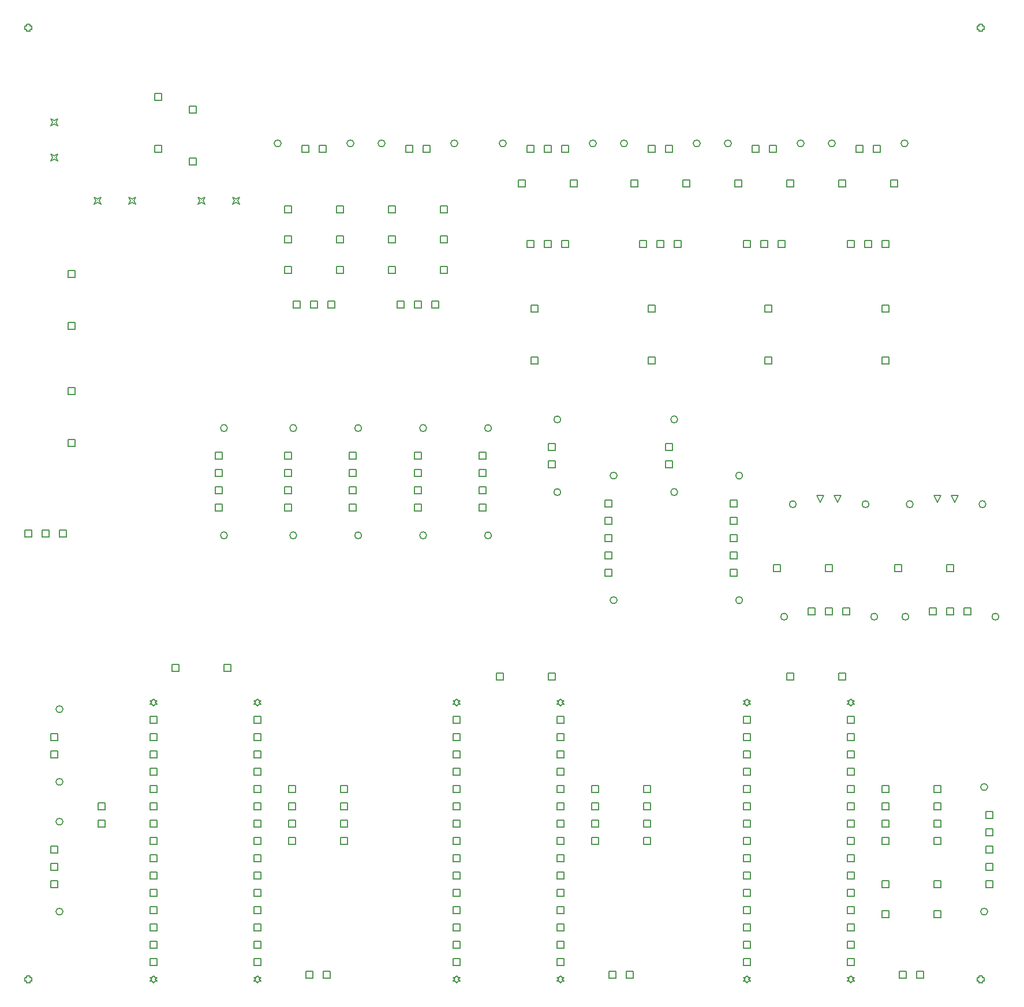
<source format=gbr>
G04 Layer_Color=2752767*
%FSLAX45Y45*%
%MOMM*%
%TF.FileFunction,Drawing*%
%TF.Part,Single*%
G01*
G75*
%TA.AperFunction,NonConductor*%
%ADD41C,0.12700*%
%ADD87C,0.16933*%
D41*
X3149600Y3124200D02*
X3200400D01*
Y3149600D01*
X3225800D01*
Y3200400D01*
X3200400D01*
Y3225800D01*
X3149600D01*
Y3200400D01*
X3124200D01*
Y3149600D01*
X3149600D01*
Y3124200D01*
X3606800Y4521200D02*
X3505200D01*
Y4622800D01*
X3606800D01*
Y4521200D01*
Y4775200D02*
X3505200D01*
Y4876800D01*
X3606800D01*
Y4775200D01*
Y5029200D02*
X3505200D01*
Y5130800D01*
X3606800D01*
Y5029200D01*
X4203700Y5410200D02*
Y5511800D01*
X4305300D01*
Y5410200D01*
X4203700D01*
Y5664200D02*
Y5765800D01*
X4305300D01*
Y5664200D01*
X4203700D01*
X4965700Y4902200D02*
Y5003800D01*
X5067300D01*
Y4902200D01*
X4965700D01*
Y4749800D02*
X5067300D01*
Y4648200D01*
X4965700D01*
Y4749800D01*
Y4495800D02*
X5067300D01*
Y4394200D01*
X4965700D01*
Y4495800D01*
Y4241800D02*
X5067300D01*
Y4140200D01*
X4965700D01*
Y4241800D01*
Y3987800D02*
X5067300D01*
Y3886200D01*
X4965700D01*
Y3987800D01*
Y3733800D02*
X5067300D01*
Y3632200D01*
X4965700D01*
Y3733800D01*
Y3479800D02*
X5067300D01*
Y3378200D01*
X4965700D01*
Y3479800D01*
Y3200400D02*
X4991100Y3175000D01*
X4965700Y3149600D01*
X4991100D01*
X5016500Y3124200D01*
X5041900Y3149600D01*
X5067300D01*
X5041900Y3175000D01*
X5067300Y3200400D01*
X5041900D01*
X5016500Y3225800D01*
X4991100Y3200400D01*
X4965700D01*
X6489700D02*
X6515100Y3175000D01*
X6489700Y3149600D01*
X6515100D01*
X6540500Y3124200D01*
X6565900Y3149600D01*
X6591300D01*
X6565900Y3175000D01*
X6591300Y3200400D01*
X6565900D01*
X6540500Y3225800D01*
X6515100Y3200400D01*
X6489700D01*
Y3378200D02*
Y3479800D01*
X6591300D01*
Y3378200D01*
X6489700D01*
Y3632200D02*
Y3733800D01*
X6591300D01*
Y3632200D01*
X6489700D01*
Y3886200D02*
Y3987800D01*
X6591300D01*
Y3886200D01*
X6489700D01*
Y4140200D02*
Y4241800D01*
X6591300D01*
Y4140200D01*
X6489700D01*
Y4394200D02*
Y4495800D01*
X6591300D01*
Y4394200D01*
X6489700D01*
Y4648200D02*
Y4749800D01*
X6591300D01*
Y4648200D01*
X6489700D01*
Y4902200D02*
Y5003800D01*
X6591300D01*
Y4902200D01*
X6489700D01*
X6997700Y5156200D02*
Y5257800D01*
X7099300D01*
Y5156200D01*
X6997700D01*
Y5410200D02*
Y5511800D01*
X7099300D01*
Y5410200D01*
X6997700D01*
Y5664200D02*
Y5765800D01*
X7099300D01*
Y5664200D01*
X6997700D01*
Y5918200D02*
Y6019800D01*
X7099300D01*
Y5918200D01*
X6997700D01*
X6591300Y6172200D02*
X6489700D01*
Y6273800D01*
X6591300D01*
Y6172200D01*
Y6019800D02*
Y5918200D01*
X6489700D01*
Y6019800D01*
X6591300D01*
Y5765800D02*
Y5664200D01*
X6489700D01*
Y5765800D01*
X6591300D01*
Y5511800D02*
Y5410200D01*
X6489700D01*
Y5511800D01*
X6591300D01*
Y5257800D02*
Y5156200D01*
X6489700D01*
Y5257800D01*
X6591300D01*
X7759700D02*
X7861300D01*
Y5156200D01*
X7759700D01*
Y5257800D01*
X7861300Y5410200D02*
X7759700D01*
Y5511800D01*
X7861300D01*
Y5410200D01*
Y5664200D02*
X7759700D01*
Y5765800D01*
X7861300D01*
Y5664200D01*
Y5918200D02*
X7759700D01*
Y6019800D01*
X7861300D01*
Y5918200D01*
X9410700Y4495800D02*
X9512300D01*
Y4394200D01*
X9410700D01*
Y4495800D01*
Y4241800D02*
X9512300D01*
Y4140200D01*
X9410700D01*
Y4241800D01*
Y3987800D02*
X9512300D01*
Y3886200D01*
X9410700D01*
Y3987800D01*
Y3733800D02*
X9512300D01*
Y3632200D01*
X9410700D01*
Y3733800D01*
Y3479800D02*
X9512300D01*
Y3378200D01*
X9410700D01*
Y3479800D01*
X9461500Y3225800D02*
X9436100Y3200400D01*
X9410700D01*
X9436100Y3175000D01*
X9410700Y3149600D01*
X9436100D01*
X9461500Y3124200D01*
X9486900Y3149600D01*
X9512300D01*
X9486900Y3175000D01*
X9512300Y3200400D01*
X9486900D01*
X9461500Y3225800D01*
X10934700Y3200400D02*
X10960100Y3175000D01*
X10934700Y3149600D01*
X10960100D01*
X10985500Y3124200D01*
X11010900Y3149600D01*
X11036300D01*
X11010900Y3175000D01*
X11036300Y3200400D01*
X11010900D01*
X10985500Y3225800D01*
X10960100Y3200400D01*
X10934700D01*
X11036300Y3378200D02*
X10934700D01*
Y3479800D01*
X11036300D01*
Y3378200D01*
X11696700Y3187700D02*
Y3289300D01*
X11798300D01*
Y3187700D01*
X11696700D01*
X11950700D02*
Y3289300D01*
X12052300D01*
Y3187700D01*
X11950700D01*
X11036300Y3632200D02*
X10934700D01*
Y3733800D01*
X11036300D01*
Y3632200D01*
Y3886200D02*
X10934700D01*
Y3987800D01*
X11036300D01*
Y3886200D01*
Y4140200D02*
X10934700D01*
Y4241800D01*
X11036300D01*
Y4140200D01*
Y4394200D02*
X10934700D01*
Y4495800D01*
X11036300D01*
Y4394200D01*
Y4648200D02*
X10934700D01*
Y4749800D01*
X11036300D01*
Y4648200D01*
Y4902200D02*
X10934700D01*
Y5003800D01*
X11036300D01*
Y4902200D01*
X11442700Y5156200D02*
Y5257800D01*
X11544300D01*
Y5156200D01*
X11442700D01*
Y5410200D02*
Y5511800D01*
X11544300D01*
Y5410200D01*
X11442700D01*
Y5664200D02*
Y5765800D01*
X11544300D01*
Y5664200D01*
X11442700D01*
Y5918200D02*
Y6019800D01*
X11544300D01*
Y5918200D01*
X11442700D01*
X11036300Y6172200D02*
X10934700D01*
Y6273800D01*
X11036300D01*
Y6172200D01*
Y6019800D02*
Y5918200D01*
X10934700D01*
Y6019800D01*
X11036300D01*
Y5765800D02*
Y5664200D01*
X10934700D01*
Y5765800D01*
X11036300D01*
Y5511800D02*
Y5410200D01*
X10934700D01*
Y5511800D01*
X11036300D01*
Y5257800D02*
Y5156200D01*
X10934700D01*
Y5257800D01*
X11036300D01*
X12204700D02*
X12306300D01*
Y5156200D01*
X12204700D01*
Y5257800D01*
Y5410200D02*
Y5511800D01*
X12306300D01*
Y5410200D01*
X12204700D01*
Y5664200D02*
Y5765800D01*
X12306300D01*
Y5664200D01*
X12204700D01*
Y5918200D02*
Y6019800D01*
X12306300D01*
Y5918200D01*
X12204700D01*
X11036300Y6781800D02*
Y6680200D01*
X10934700D01*
Y6781800D01*
X11036300D01*
Y6934200D02*
X10934700D01*
Y7035800D01*
X11036300D01*
Y6934200D01*
Y6527800D02*
Y6426200D01*
X10934700D01*
Y6527800D01*
X11036300D01*
Y7213600D02*
X11010900Y7239000D01*
X11036300Y7264400D01*
X11010900D01*
X10985500Y7289800D01*
X10960100Y7264400D01*
X10934700D01*
X10960100Y7239000D01*
X10934700Y7213600D01*
X10960100D01*
X10985500Y7188200D01*
X11010900Y7213600D01*
X11036300D01*
X10909300Y7569200D02*
X10807700D01*
Y7670800D01*
X10909300D01*
Y7569200D01*
X10147300D02*
X10045700D01*
Y7670800D01*
X10147300D01*
Y7569200D01*
X9512300Y7264400D02*
X9486900D01*
X9461500Y7289800D01*
X9436100Y7264400D01*
X9410700D01*
X9436100Y7239000D01*
X9410700Y7213600D01*
X9436100D01*
X9461500Y7188200D01*
X9486900Y7213600D01*
X9512300D01*
X9486900Y7239000D01*
X9512300Y7264400D01*
Y7035800D02*
Y6934200D01*
X9410700D01*
Y7035800D01*
X9512300D01*
Y6781800D02*
Y6680200D01*
X9410700D01*
Y6781800D01*
X9512300D01*
Y6527800D02*
Y6426200D01*
X9410700D01*
Y6527800D01*
X9512300D01*
Y6273800D02*
Y6172200D01*
X9410700D01*
Y6273800D01*
X9512300D01*
Y6019800D02*
Y5918200D01*
X9410700D01*
Y6019800D01*
X9512300D01*
Y5765800D02*
Y5664200D01*
X9410700D01*
Y5765800D01*
X9512300D01*
Y5511800D02*
Y5410200D01*
X9410700D01*
Y5511800D01*
X9512300D01*
Y5257800D02*
Y5156200D01*
X9410700D01*
Y5257800D01*
X9512300D01*
Y5003800D02*
Y4902200D01*
X9410700D01*
Y5003800D01*
X9512300D01*
Y4749800D02*
Y4648200D01*
X9410700D01*
Y4749800D01*
X9512300D01*
X7607300Y3289300D02*
Y3187700D01*
X7505700D01*
Y3289300D01*
X7607300D01*
X7353300D02*
Y3187700D01*
X7251700D01*
Y3289300D01*
X7353300D01*
X5067300Y5410200D02*
X4965700D01*
Y5511800D01*
X5067300D01*
Y5410200D01*
Y5664200D02*
X4965700D01*
Y5765800D01*
X5067300D01*
Y5664200D01*
Y5257800D02*
Y5156200D01*
X4965700D01*
Y5257800D01*
X5067300D01*
Y5918200D02*
X4965700D01*
Y6019800D01*
X5067300D01*
Y5918200D01*
Y6172200D02*
X4965700D01*
Y6273800D01*
X5067300D01*
Y6172200D01*
Y6426200D02*
X4965700D01*
Y6527800D01*
X5067300D01*
Y6426200D01*
Y6680200D02*
X4965700D01*
Y6781800D01*
X5067300D01*
Y6680200D01*
Y6934200D02*
X4965700D01*
Y7035800D01*
X5067300D01*
Y6934200D01*
Y7213600D02*
X5041900Y7239000D01*
X5067300Y7264400D01*
X5041900D01*
X5016500Y7289800D01*
X4991100Y7264400D01*
X4965700D01*
X4991100Y7239000D01*
X4965700Y7213600D01*
X4991100D01*
X5016500Y7188200D01*
X5041900Y7213600D01*
X5067300D01*
X5384800Y7696200D02*
X5283200D01*
Y7797800D01*
X5384800D01*
Y7696200D01*
X6045200D02*
Y7797800D01*
X6146800D01*
Y7696200D01*
X6045200D01*
X6489700Y7035800D02*
X6591300D01*
Y6934200D01*
X6489700D01*
Y7035800D01*
Y6781800D02*
X6591300D01*
Y6680200D01*
X6489700D01*
Y6781800D01*
Y6527800D02*
X6591300D01*
Y6426200D01*
X6489700D01*
Y6527800D01*
Y7213600D02*
X6515100D01*
X6540500Y7188200D01*
X6565900Y7213600D01*
X6591300D01*
X6565900Y7239000D01*
X6591300Y7264400D01*
X6565900D01*
X6540500Y7289800D01*
X6515100Y7264400D01*
X6489700D01*
X6515100Y7239000D01*
X6489700Y7213600D01*
X8940800Y10045700D02*
X8839200D01*
Y10147300D01*
X8940800D01*
Y10045700D01*
Y10299700D02*
X8839200D01*
Y10401300D01*
X8940800D01*
Y10299700D01*
Y10553700D02*
X8839200D01*
Y10655300D01*
X8940800D01*
Y10553700D01*
Y10807700D02*
X8839200D01*
Y10909300D01*
X8940800D01*
Y10807700D01*
X9791700Y10299700D02*
Y10401300D01*
X9893300D01*
Y10299700D01*
X9791700D01*
Y10147300D02*
X9893300D01*
Y10045700D01*
X9791700D01*
Y10147300D01*
Y10553700D02*
Y10655300D01*
X9893300D01*
Y10553700D01*
X9791700D01*
Y10807700D02*
Y10909300D01*
X9893300D01*
Y10807700D01*
X9791700D01*
X10807700Y10782300D02*
X10909300D01*
Y10680700D01*
X10807700D01*
Y10782300D01*
Y10934700D02*
Y11036300D01*
X10909300D01*
Y10934700D01*
X10807700D01*
X11633200Y10210800D02*
X11734800D01*
Y10109200D01*
X11633200D01*
Y10210800D01*
Y9956800D02*
X11734800D01*
Y9855200D01*
X11633200D01*
Y9956800D01*
Y9702800D02*
X11734800D01*
Y9601200D01*
X11633200D01*
Y9702800D01*
Y9448800D02*
X11734800D01*
Y9347200D01*
X11633200D01*
Y9448800D01*
Y9194800D02*
X11734800D01*
Y9093200D01*
X11633200D01*
Y9194800D01*
X13474699D02*
X13576300D01*
Y9093200D01*
X13474699D01*
Y9194800D01*
X13576300Y9347200D02*
X13474699D01*
Y9448800D01*
X13576300D01*
Y9347200D01*
Y9601200D02*
X13474699D01*
Y9702800D01*
X13576300D01*
Y9601200D01*
X14109700Y9156700D02*
Y9258300D01*
X14211301D01*
Y9156700D01*
X14109700D01*
X14617700Y8521700D02*
Y8623300D01*
X14719299D01*
Y8521700D01*
X14617700D01*
X14871700D02*
Y8623300D01*
X14973300D01*
Y8521700D01*
X14871700D01*
X15125700D02*
Y8623300D01*
X15227299D01*
Y8521700D01*
X15125700D01*
X15163800Y7670800D02*
Y7569200D01*
X15062199D01*
Y7670800D01*
X15163800D01*
X15189200Y7264400D02*
X15214600Y7239000D01*
X15189200Y7213600D01*
X15214600D01*
X15239999Y7188200D01*
X15265401Y7213600D01*
X15290800D01*
X15265401Y7239000D01*
X15290800Y7264400D01*
X15265401D01*
X15239999Y7289800D01*
X15214600Y7264400D01*
X15189200D01*
Y7035800D02*
X15290800D01*
Y6934200D01*
X15189200D01*
Y7035800D01*
Y6781800D02*
X15290800D01*
Y6680200D01*
X15189200D01*
Y6781800D01*
Y6527800D02*
X15290800D01*
Y6426200D01*
X15189200D01*
Y6527800D01*
Y6273800D02*
X15290800D01*
Y6172200D01*
X15189200D01*
Y6273800D01*
Y6019800D02*
X15290800D01*
Y5918200D01*
X15189200D01*
Y6019800D01*
Y5765800D02*
X15290800D01*
Y5664200D01*
X15189200D01*
Y5765800D01*
Y5511800D02*
X15290800D01*
Y5410200D01*
X15189200D01*
Y5511800D01*
Y5257800D02*
X15290800D01*
Y5156200D01*
X15189200D01*
Y5257800D01*
Y5003800D02*
X15290800D01*
Y4902200D01*
X15189200D01*
Y5003800D01*
Y4749800D02*
X15290800D01*
Y4648200D01*
X15189200D01*
Y4749800D01*
Y4495800D02*
X15290800D01*
Y4394200D01*
X15189200D01*
Y4495800D01*
Y4241800D02*
X15290800D01*
Y4140200D01*
X15189200D01*
Y4241800D01*
Y3987800D02*
X15290800D01*
Y3886200D01*
X15189200D01*
Y3987800D01*
Y3733800D02*
X15290800D01*
Y3632200D01*
X15189200D01*
Y3733800D01*
Y3479800D02*
X15290800D01*
Y3378200D01*
X15189200D01*
Y3479800D01*
X15239999Y3225800D02*
X15214600Y3200400D01*
X15189200D01*
X15214600Y3175000D01*
X15189200Y3149600D01*
X15214600D01*
X15239999Y3124200D01*
X15265401Y3149600D01*
X15290800D01*
X15265401Y3175000D01*
X15290800Y3200400D01*
X15265401D01*
X15239999Y3225800D01*
X15951199Y3187700D02*
Y3289300D01*
X16052800D01*
Y3187700D01*
X15951199D01*
X16205200D02*
Y3289300D01*
X16306799D01*
Y3187700D01*
X16205200D01*
X17094200Y3200400D02*
Y3149600D01*
X17119600D01*
Y3124200D01*
X17170399D01*
Y3149600D01*
X17195799D01*
Y3200400D01*
X17170399D01*
Y3225800D01*
X17119600D01*
Y3200400D01*
X17094200D01*
X16560800Y4076700D02*
X16459200D01*
Y4178300D01*
X16560800D01*
Y4076700D01*
Y4521200D02*
X16459200D01*
Y4622800D01*
X16560800D01*
Y4521200D01*
X17221201D02*
Y4622800D01*
X17322800D01*
Y4521200D01*
X17221201D01*
Y4775200D02*
Y4876800D01*
X17322800D01*
Y4775200D01*
X17221201D01*
Y5029200D02*
Y5130800D01*
X17322800D01*
Y5029200D01*
X17221201D01*
Y5283200D02*
Y5384800D01*
X17322800D01*
Y5283200D01*
X17221201D01*
Y5537200D02*
Y5638800D01*
X17322800D01*
Y5537200D01*
X17221201D01*
X16560800Y5765800D02*
Y5664200D01*
X16459200D01*
Y5765800D01*
X16560800D01*
Y5918200D02*
X16459200D01*
Y6019800D01*
X16560800D01*
Y5918200D01*
Y5511800D02*
Y5410200D01*
X16459200D01*
Y5511800D01*
X16560800D01*
Y5257800D02*
Y5156200D01*
X16459200D01*
Y5257800D01*
X16560800D01*
X15798801Y5765800D02*
Y5664200D01*
X15697200D01*
Y5765800D01*
X15798801D01*
Y5918200D02*
X15697200D01*
Y6019800D01*
X15798801D01*
Y5918200D01*
Y5511800D02*
Y5410200D01*
X15697200D01*
Y5511800D01*
X15798801D01*
Y5257800D02*
Y5156200D01*
X15697200D01*
Y5257800D01*
X15798801D01*
Y4622800D02*
Y4521200D01*
X15697200D01*
Y4622800D01*
X15798801D01*
Y4178300D02*
Y4076700D01*
X15697200D01*
Y4178300D01*
X15798801D01*
X13766800Y6172200D02*
X13665199D01*
Y6273800D01*
X13766800D01*
Y6172200D01*
Y6019800D02*
Y5918200D01*
X13665199D01*
Y6019800D01*
X13766800D01*
Y5765800D02*
Y5664200D01*
X13665199D01*
Y5765800D01*
X13766800D01*
Y5511800D02*
Y5410200D01*
X13665199D01*
Y5511800D01*
X13766800D01*
Y5257800D02*
Y5156200D01*
X13665199D01*
Y5257800D01*
X13766800D01*
Y5003800D02*
Y4902200D01*
X13665199D01*
Y5003800D01*
X13766800D01*
Y4749800D02*
Y4648200D01*
X13665199D01*
Y4749800D01*
X13766800D01*
Y4495800D02*
Y4394200D01*
X13665199D01*
Y4495800D01*
X13766800D01*
Y4241800D02*
Y4140200D01*
X13665199D01*
Y4241800D01*
X13766800D01*
Y3987800D02*
Y3886200D01*
X13665199D01*
Y3987800D01*
X13766800D01*
Y3733800D02*
Y3632200D01*
X13665199D01*
Y3733800D01*
X13766800D01*
Y3479800D02*
Y3378200D01*
X13665199D01*
Y3479800D01*
X13766800D01*
X13716000Y3225800D02*
X13690601Y3200400D01*
X13665199D01*
X13690601Y3175000D01*
X13665199Y3149600D01*
X13690601D01*
X13716000Y3124200D01*
X13741400Y3149600D01*
X13766800D01*
X13741400Y3175000D01*
X13766800Y3200400D01*
X13741400D01*
X13716000Y3225800D01*
X13665199Y6426200D02*
Y6527800D01*
X13766800D01*
Y6426200D01*
X13665199D01*
Y6680200D02*
Y6781800D01*
X13766800D01*
Y6680200D01*
X13665199D01*
Y6934200D02*
Y7035800D01*
X13766800D01*
Y6934200D01*
X13665199D01*
Y7213600D02*
X13690601D01*
X13716000Y7188200D01*
X13741400Y7213600D01*
X13766800D01*
X13741400Y7239000D01*
X13766800Y7264400D01*
X13741400D01*
X13716000Y7289800D01*
X13690601Y7264400D01*
X13665199D01*
X13690601Y7239000D01*
X13665199Y7213600D01*
X14300200Y7569200D02*
Y7670800D01*
X14401801D01*
Y7569200D01*
X14300200D01*
X15887700Y9156700D02*
Y9258300D01*
X15989301D01*
Y9156700D01*
X15887700D01*
X16395700Y8521700D02*
Y8623300D01*
X16497301D01*
Y8521700D01*
X16395700D01*
X16649699D02*
Y8623300D01*
X16751300D01*
Y8521700D01*
X16649699D01*
X16903700D02*
Y8623300D01*
X17005299D01*
Y8521700D01*
X16903700D01*
X16751300Y9156700D02*
X16649699D01*
Y9258300D01*
X16751300D01*
Y9156700D01*
X16764000Y10172700D02*
X16713200Y10274300D01*
X16814799D01*
X16764000Y10172700D01*
X16510001D02*
X16459200Y10274300D01*
X16560800D01*
X16510001Y10172700D01*
X15049500D02*
X14998700Y10274300D01*
X15100301D01*
X15049500Y10172700D01*
X14795500D02*
X14744701Y10274300D01*
X14846300D01*
X14795500Y10172700D01*
X14871700Y9258300D02*
X14973300D01*
Y9156700D01*
X14871700D01*
Y9258300D01*
X13576300Y10109200D02*
X13474699D01*
Y10210800D01*
X13576300D01*
Y10109200D01*
Y9956800D02*
Y9855200D01*
X13474699D01*
Y9956800D01*
X13576300D01*
X12623800Y10680700D02*
X12522200D01*
Y10782300D01*
X12623800D01*
Y10680700D01*
Y10934700D02*
X12522200D01*
Y11036300D01*
X12623800D01*
Y10934700D01*
X13982700Y12204700D02*
Y12306300D01*
X14084300D01*
Y12204700D01*
X13982700D01*
Y12966701D02*
Y13068300D01*
X14084300D01*
Y12966701D01*
X13982700D01*
X15189200Y13919200D02*
Y14020799D01*
X15290800D01*
Y13919200D01*
X15189200D01*
X15443201D02*
Y14020799D01*
X15544800D01*
Y13919200D01*
X15443201D01*
X15697200D02*
Y14020799D01*
X15798801D01*
Y13919200D01*
X15697200D01*
X15824200Y14808200D02*
Y14909801D01*
X15925800D01*
Y14808200D01*
X15824200D01*
X15671800Y15316200D02*
X15570200D01*
Y15417799D01*
X15671800D01*
Y15316200D01*
X15417799D02*
X15316200D01*
Y15417799D01*
X15417799D01*
Y15316200D01*
X15163800Y14909801D02*
Y14808200D01*
X15062199D01*
Y14909801D01*
X15163800D01*
X14401801D02*
Y14808200D01*
X14300200D01*
Y14909801D01*
X14401801D01*
X14173199Y14020799D02*
X14274800D01*
Y13919200D01*
X14173199D01*
Y14020799D01*
X14020799D02*
Y13919200D01*
X13919200D01*
Y14020799D01*
X14020799D01*
X13766800D02*
Y13919200D01*
X13665199D01*
Y14020799D01*
X13766800D01*
X13639799Y14808200D02*
X13538200D01*
Y14909801D01*
X13639799D01*
Y14808200D01*
X13893800Y15316200D02*
X13792200D01*
Y15417799D01*
X13893800D01*
Y15316200D01*
X14046201D02*
Y15417799D01*
X14147800D01*
Y15316200D01*
X14046201D01*
X12877800Y14909801D02*
Y14808200D01*
X12776200D01*
Y14909801D01*
X12877800D01*
X12750800Y14020799D02*
Y13919200D01*
X12649200D01*
Y14020799D01*
X12750800D01*
X12496800D02*
Y13919200D01*
X12395200D01*
Y14020799D01*
X12496800D01*
X12242800D02*
Y13919200D01*
X12141200D01*
Y14020799D01*
X12242800D01*
X12115800Y14808200D02*
X12014200D01*
Y14909801D01*
X12115800D01*
Y14808200D01*
X12522200Y15316200D02*
Y15417799D01*
X12623800D01*
Y15316200D01*
X12522200D01*
X12369800D02*
X12268200D01*
Y15417799D01*
X12369800D01*
Y15316200D01*
X11099800D02*
X10998200D01*
Y15417799D01*
X11099800D01*
Y15316200D01*
X10845800D02*
X10744200D01*
Y15417799D01*
X10845800D01*
Y15316200D01*
X10591800D02*
X10490200D01*
Y15417799D01*
X10591800D01*
Y15316200D01*
X10464800Y14909801D02*
Y14808200D01*
X10363200D01*
Y14909801D01*
X10464800D01*
X10490200Y14020799D02*
X10591800D01*
Y13919200D01*
X10490200D01*
Y14020799D01*
X10744200D02*
X10845800D01*
Y13919200D01*
X10744200D01*
Y14020799D01*
X10998200D02*
X11099800D01*
Y13919200D01*
X10998200D01*
Y14020799D01*
X11125200Y14808200D02*
Y14909801D01*
X11226800D01*
Y14808200D01*
X11125200D01*
X10655300Y13068300D02*
Y12966701D01*
X10553700D01*
Y13068300D01*
X10655300D01*
Y12306300D02*
Y12204700D01*
X10553700D01*
Y12306300D01*
X10655300D01*
X9321800Y13538200D02*
X9220200D01*
Y13639799D01*
X9321800D01*
Y13538200D01*
Y13982700D02*
X9220200D01*
Y14084300D01*
X9321800D01*
Y13982700D01*
Y14427200D02*
X9220200D01*
Y14528799D01*
X9321800D01*
Y14427200D01*
X8559800D02*
X8458200D01*
Y14528799D01*
X8559800D01*
Y14427200D01*
Y14084300D02*
Y13982700D01*
X8458200D01*
Y14084300D01*
X8559800D01*
Y13639799D02*
Y13538200D01*
X8458200D01*
Y13639799D01*
X8559800D01*
X8585200Y13131799D02*
X8686800D01*
Y13030200D01*
X8585200D01*
Y13131799D01*
X8839200D02*
X8940800D01*
Y13030200D01*
X8839200D01*
Y13131799D01*
X9093200D02*
X9194800D01*
Y13030200D01*
X9093200D01*
Y13131799D01*
X7797800Y14427200D02*
X7696200D01*
Y14528799D01*
X7797800D01*
Y14427200D01*
Y14084300D02*
Y13982700D01*
X7696200D01*
Y14084300D01*
X7797800D01*
Y13639799D02*
Y13538200D01*
X7696200D01*
Y13639799D01*
X7797800D01*
X7416800Y13131799D02*
Y13030200D01*
X7315200D01*
Y13131799D01*
X7416800D01*
X7162800D02*
Y13030200D01*
X7061200D01*
Y13131799D01*
X7162800D01*
X7569200D02*
X7670800D01*
Y13030200D01*
X7569200D01*
Y13131799D01*
X7035800Y13538200D02*
X6934200D01*
Y13639799D01*
X7035800D01*
Y13538200D01*
Y13982700D02*
X6934200D01*
Y14084300D01*
X7035800D01*
Y13982700D01*
Y14427200D02*
X6934200D01*
Y14528799D01*
X7035800D01*
Y14427200D01*
X6248400Y14605000D02*
X6273800Y14554201D01*
X6223000Y14579601D01*
X6172200Y14554201D01*
X6197600Y14605000D01*
X6172200Y14655800D01*
X6223000Y14630400D01*
X6273800Y14655800D01*
X6248400Y14605000D01*
X5740400D02*
X5765800Y14554201D01*
X5715000Y14579601D01*
X5664200Y14554201D01*
X5689600Y14605000D01*
X5664200Y14655800D01*
X5715000Y14630400D01*
X5765800Y14655800D01*
X5740400Y14605000D01*
X5638800Y15125700D02*
X5537200D01*
Y15227299D01*
X5638800D01*
Y15125700D01*
X5130800Y15316200D02*
X5029200D01*
Y15417799D01*
X5130800D01*
Y15316200D01*
X5537200Y15887700D02*
Y15989301D01*
X5638800D01*
Y15887700D01*
X5537200D01*
X5130800Y16078200D02*
X5029200D01*
Y16179800D01*
X5130800D01*
Y16078200D01*
X4241800Y14655800D02*
X4216400Y14605000D01*
X4241800Y14554201D01*
X4191000Y14579601D01*
X4140200Y14554201D01*
X4165600Y14605000D01*
X4140200Y14655800D01*
X4191000Y14630400D01*
X4241800Y14655800D01*
X3609340Y15189200D02*
X3558540Y15214600D01*
X3507740Y15189200D01*
X3533140Y15239999D01*
X3507740Y15290800D01*
X3558540Y15265401D01*
X3609340Y15290800D01*
X3583940Y15239999D01*
X3609340Y15189200D01*
Y15699307D02*
X3558540Y15724709D01*
X3507740Y15699307D01*
X3533140Y15750108D01*
X3507740Y15800908D01*
X3558540Y15775508D01*
X3609340Y15800908D01*
X3583940Y15750108D01*
X3609340Y15699307D01*
X4648200Y14655800D02*
X4699000Y14630400D01*
X4749800Y14655800D01*
X4724400Y14605000D01*
X4749800Y14554201D01*
X4699000Y14579601D01*
X4648200Y14554201D01*
X4673600Y14605000D01*
X4648200Y14655800D01*
X3860800Y13576300D02*
Y13474699D01*
X3759200D01*
Y13576300D01*
X3860800D01*
Y12814301D02*
Y12712700D01*
X3759200D01*
Y12814301D01*
X3860800D01*
Y11861800D02*
Y11760200D01*
X3759200D01*
Y11861800D01*
X3860800D01*
Y11099800D02*
Y10998200D01*
X3759200D01*
Y11099800D01*
X3860800D01*
X3124200Y9766300D02*
X3225800D01*
Y9664700D01*
X3124200D01*
Y9766300D01*
X3378200D02*
X3479800D01*
Y9664700D01*
X3378200D01*
Y9766300D01*
X3632200D02*
X3733800D01*
Y9664700D01*
X3632200D01*
Y9766300D01*
X5918200Y10045700D02*
Y10147300D01*
X6019800D01*
Y10045700D01*
X5918200D01*
Y10299700D02*
Y10401300D01*
X6019800D01*
Y10299700D01*
X5918200D01*
Y10553700D02*
Y10655300D01*
X6019800D01*
Y10553700D01*
X5918200D01*
Y10807700D02*
Y10909300D01*
X6019800D01*
Y10807700D01*
X5918200D01*
X6934200Y10299700D02*
Y10401300D01*
X7035800D01*
Y10299700D01*
X6934200D01*
Y10147300D02*
X7035800D01*
Y10045700D01*
X6934200D01*
Y10147300D01*
Y10553700D02*
Y10655300D01*
X7035800D01*
Y10553700D01*
X6934200D01*
Y10807700D02*
Y10909300D01*
X7035800D01*
Y10807700D01*
X6934200D01*
X7886700Y10299700D02*
Y10401300D01*
X7988300D01*
Y10299700D01*
X7886700D01*
Y10147300D02*
X7988300D01*
Y10045700D01*
X7886700D01*
Y10147300D01*
Y10553700D02*
Y10655300D01*
X7988300D01*
Y10553700D01*
X7886700D01*
Y10807700D02*
Y10909300D01*
X7988300D01*
Y10807700D01*
X7886700D01*
X12268200Y12204700D02*
Y12306300D01*
X12369800D01*
Y12204700D01*
X12268200D01*
Y12966701D02*
Y13068300D01*
X12369800D01*
Y12966701D01*
X12268200D01*
X9067800Y15316200D02*
X8966200D01*
Y15417799D01*
X9067800D01*
Y15316200D01*
X8813800D02*
X8712200D01*
Y15417799D01*
X8813800D01*
Y15316200D01*
X7543800D02*
X7442200D01*
Y15417799D01*
X7543800D01*
Y15316200D01*
X7289800D02*
X7188200D01*
Y15417799D01*
X7289800D01*
Y15316200D01*
X3225800Y17119600D02*
Y17170399D01*
X3200400D01*
Y17195799D01*
X3149600D01*
Y17170399D01*
X3124200D01*
Y17119600D01*
X3149600D01*
Y17094200D01*
X3200400D01*
Y17119600D01*
X3225800D01*
X3505200Y6781800D02*
X3606800D01*
Y6680200D01*
X3505200D01*
Y6781800D01*
Y6527800D02*
X3606800D01*
Y6426200D01*
X3505200D01*
Y6527800D01*
X15697200Y12204700D02*
Y12306300D01*
X15798801D01*
Y12204700D01*
X15697200D01*
Y12966701D02*
Y13068300D01*
X15798801D01*
Y12966701D01*
X15697200D01*
X17119600Y17094200D02*
X17170399D01*
Y17119600D01*
X17195799D01*
Y17170399D01*
X17170399D01*
Y17195799D01*
X17119600D01*
Y17170399D01*
X17094200D01*
Y17119600D01*
X17119600D01*
Y17094200D01*
D87*
X3683000Y4165600D02*
G03*
X3683000Y4165600I-50800J0D01*
G01*
Y5486400D02*
G03*
X3683000Y5486400I-50800J0D01*
G01*
Y6070600D02*
G03*
X3683000Y6070600I-50800J0D01*
G01*
Y7137400D02*
G03*
X3683000Y7137400I-50800J0D01*
G01*
X6096000Y9690100D02*
G03*
X6096000Y9690100I-50800J0D01*
G01*
X7112000D02*
G03*
X7112000Y9690100I-50800J0D01*
G01*
X8064500D02*
G03*
X8064500Y9690100I-50800J0D01*
G01*
X9017000D02*
G03*
X9017000Y9690100I-50800J0D01*
G01*
X9969500D02*
G03*
X9969500Y9690100I-50800J0D01*
G01*
X10985500Y10325100D02*
G03*
X10985500Y10325100I-50800J0D01*
G01*
X9969500Y11264900D02*
G03*
X9969500Y11264900I-50800J0D01*
G01*
X10985500Y11391900D02*
G03*
X10985500Y11391900I-50800J0D01*
G01*
X11811000Y10566400D02*
G03*
X11811000Y10566400I-50800J0D01*
G01*
X12700000Y10325100D02*
G03*
X12700000Y10325100I-50800J0D01*
G01*
X13652499Y10566400D02*
G03*
X13652499Y10566400I-50800J0D01*
G01*
X14439900Y10147300D02*
G03*
X14439900Y10147300I-50800J0D01*
G01*
X15506700D02*
G03*
X15506700Y10147300I-50800J0D01*
G01*
X16154401D02*
G03*
X16154401Y10147300I-50800J0D01*
G01*
X17221201D02*
G03*
X17221201Y10147300I-50800J0D01*
G01*
X16090900Y8496300D02*
G03*
X16090900Y8496300I-50800J0D01*
G01*
X15633701D02*
G03*
X15633701Y8496300I-50800J0D01*
G01*
X14312900D02*
G03*
X14312900Y8496300I-50800J0D01*
G01*
X13652499Y8737600D02*
G03*
X13652499Y8737600I-50800J0D01*
G01*
X11811000D02*
G03*
X11811000Y8737600I-50800J0D01*
G01*
X12700000Y11391900D02*
G03*
X12700000Y11391900I-50800J0D01*
G01*
X9017000Y11264900D02*
G03*
X9017000Y11264900I-50800J0D01*
G01*
X8064500D02*
G03*
X8064500Y11264900I-50800J0D01*
G01*
X7112000D02*
G03*
X7112000Y11264900I-50800J0D01*
G01*
X6096000D02*
G03*
X6096000Y11264900I-50800J0D01*
G01*
X10185400Y15443201D02*
G03*
X10185400Y15443201I-50800J0D01*
G01*
X9474200D02*
G03*
X9474200Y15443201I-50800J0D01*
G01*
X8407400D02*
G03*
X8407400Y15443201I-50800J0D01*
G01*
X7950200D02*
G03*
X7950200Y15443201I-50800J0D01*
G01*
X6883400D02*
G03*
X6883400Y15443201I-50800J0D01*
G01*
X11506200D02*
G03*
X11506200Y15443201I-50800J0D01*
G01*
X11963400D02*
G03*
X11963400Y15443201I-50800J0D01*
G01*
X13030200D02*
G03*
X13030200Y15443201I-50800J0D01*
G01*
X13487399D02*
G03*
X13487399Y15443201I-50800J0D01*
G01*
X14554201D02*
G03*
X14554201Y15443201I-50800J0D01*
G01*
X15011400D02*
G03*
X15011400Y15443201I-50800J0D01*
G01*
X16078200D02*
G03*
X16078200Y15443201I-50800J0D01*
G01*
X17411700Y8496300D02*
G03*
X17411700Y8496300I-50800J0D01*
G01*
X17246600Y5994400D02*
G03*
X17246600Y5994400I-50800J0D01*
G01*
Y4165600D02*
G03*
X17246600Y4165600I-50800J0D01*
G01*
%TF.MD5,F39ECE7C6CA6F7375A25FB8342416BA3*%
M02*

</source>
